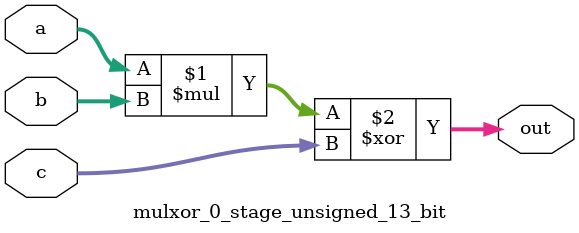
<source format=sv>
(* use_dsp = "yes" *) module mulxor_0_stage_unsigned_13_bit(
	input  [12:0] a,
	input  [12:0] b,
	input  [12:0] c,
	output [12:0] out
	);

	assign out = (a * b) ^ c;
endmodule

</source>
